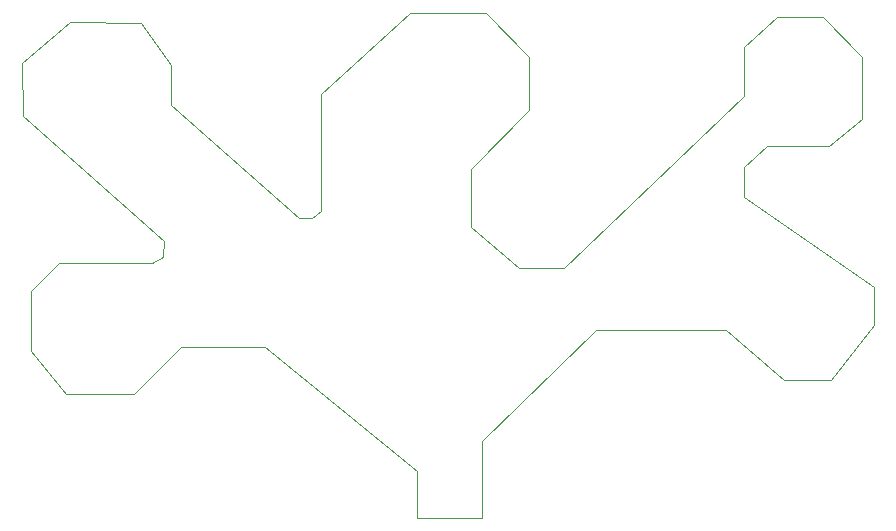
<source format=gko>
%TF.GenerationSoftware,KiCad,Pcbnew,(5.1.10)-1*%
%TF.CreationDate,2021-07-26T17:23:28+09:00*%
%TF.ProjectId,electrode_FPCB_rev1.1,656c6563-7472-46f6-9465-5f465043425f,1.1*%
%TF.SameCoordinates,Original*%
%TF.FileFunction,Profile,NP*%
%FSLAX46Y46*%
G04 Gerber Fmt 4.6, Leading zero omitted, Abs format (unit mm)*
G04 Created by KiCad (PCBNEW (5.1.10)-1) date 2021-07-26 17:23:28*
%MOMM*%
%LPD*%
G01*
G04 APERTURE LIST*
%TA.AperFunction,Profile*%
%ADD10C,0.100000*%
%TD*%
G04 APERTURE END LIST*
D10*
X59350000Y-42550000D02*
X72250000Y-53000000D01*
X52300000Y-42550000D02*
X59350000Y-42550000D01*
X48250000Y-46500000D02*
X52300000Y-42550000D01*
X42500000Y-46500000D02*
X48250000Y-46500000D01*
X39550000Y-42900000D02*
X42500000Y-46500000D01*
X39550000Y-37800000D02*
X39550000Y-42900000D01*
X41900000Y-35450000D02*
X39550000Y-37800000D01*
X49800000Y-35400000D02*
X41900000Y-35450000D01*
X50750000Y-34900000D02*
X49800000Y-35400000D01*
X50850000Y-33600000D02*
X50750000Y-34900000D01*
X38850000Y-23000000D02*
X50850000Y-33600000D01*
X38800000Y-18500000D02*
X38850000Y-23000000D01*
X42900000Y-15000000D02*
X38800000Y-18500000D01*
X48900000Y-15100000D02*
X42900000Y-15000000D01*
X51400000Y-18700000D02*
X48900000Y-15100000D01*
X51400000Y-22050000D02*
X51400000Y-18700000D01*
X62300000Y-31650000D02*
X51400000Y-22050000D01*
X63350000Y-31650000D02*
X62300000Y-31650000D01*
X64100000Y-31050000D02*
X63350000Y-31650000D01*
X64100000Y-21150000D02*
X64100000Y-31050000D01*
X71650000Y-14300000D02*
X64100000Y-21150000D01*
X78050000Y-14300000D02*
X71650000Y-14300000D01*
X81750000Y-17950000D02*
X78050000Y-14300000D01*
X81750000Y-22450000D02*
X81750000Y-17950000D01*
X76850000Y-27500000D02*
X81750000Y-22450000D01*
X76800000Y-32350000D02*
X76850000Y-27500000D01*
X80850000Y-35850000D02*
X76800000Y-32350000D01*
X84700000Y-35850000D02*
X80850000Y-35850000D01*
X99900000Y-21300000D02*
X84700000Y-35850000D01*
X99900000Y-17150000D02*
X99900000Y-21300000D01*
X102700000Y-14600000D02*
X99900000Y-17150000D01*
X106600000Y-14600000D02*
X102700000Y-14600000D01*
X109950000Y-18000000D02*
X106600000Y-14600000D01*
X109950000Y-23200000D02*
X109950000Y-18000000D01*
X107150000Y-25500000D02*
X109950000Y-23200000D01*
X101900000Y-25500000D02*
X107150000Y-25500000D01*
X99950000Y-27300000D02*
X101900000Y-25500000D01*
X99950000Y-29850000D02*
X99950000Y-27300000D01*
X110950000Y-37450000D02*
X99950000Y-29850000D01*
X110950000Y-40650000D02*
X110950000Y-37450000D01*
X107300000Y-45350000D02*
X110950000Y-40650000D01*
X103350000Y-45350000D02*
X107300000Y-45350000D01*
X98400000Y-41100000D02*
X103350000Y-45350000D01*
X87400000Y-41100000D02*
X98400000Y-41100000D01*
X77750000Y-50500000D02*
X87400000Y-41100000D01*
X77750000Y-57000000D02*
X77750000Y-50500000D01*
X72250000Y-57000000D02*
X77750000Y-57000000D01*
X72250000Y-53000000D02*
X72250000Y-57000000D01*
M02*

</source>
